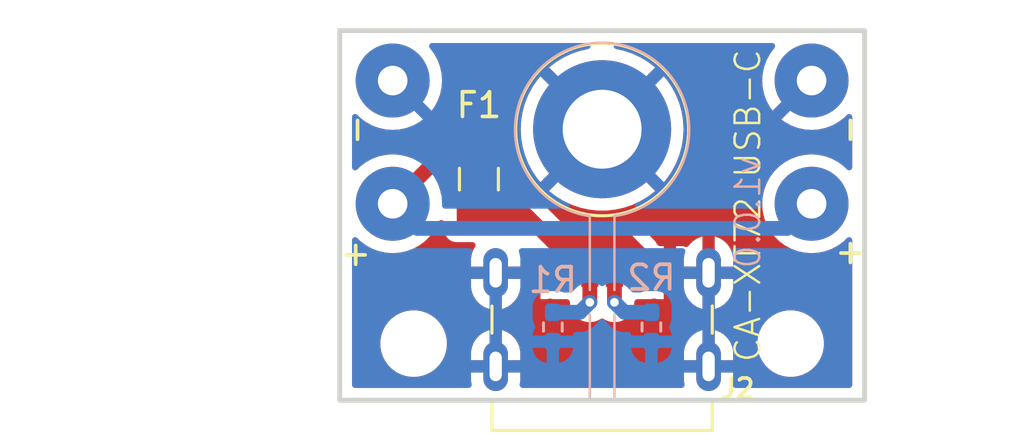
<source format=kicad_pcb>
(kicad_pcb (version 20240108) (generator "pcbnew") (generator_version "8.0")
  (layers (0 "F.Cu" signal) (31 "B.Cu" signal) (34 "B.Paste" user) (35 "F.Paste" user) (36 "B.SilkS" user "B.Silkscreen") (37 "F.SilkS" user "F.Silkscreen") (38 "B.Mask" user) (39 "F.Mask" user) (44 "Edge.Cuts" user))
  (net 0 "")
  (net 1 "VCC")
  (net 2 "GND")
  (net 3 "CC2")
  (net 4 "CC1")
  (net 5 "5V")
  (footprint "MountingHole:MountingHole_2.2mm_M2_DIN965_Pad" (layer "F.Cu") (at 60 36)
    (property "Reference" "-" (at -1.5 2 90) (layer "F.SilkS"))
    (property "Value" "MountingHole_Pad")
    (pad "1" thru_hole circle (at 0 0) (size 3 3.8) (drill 1.2) (layers "*.Cu" "*.Mask") (net 2 "GND"))
  )
  (footprint "UJC-HP-3-SMT-TR:CUI_UJC-HP-3-SMT-TR" (layer "F.Cu") (at 68.5 43.8)
    (property "Reference" "J2" (at 5.5 4.7 0) (layer "F.SilkS") (effects (font (size 0.787402 0.787402))))
    (property "Value" "UJC-HP-3-SMT-TR")
    (fp_line (start -4.47 2.45) (end -4.47 1.35) (stroke (width 0.127)) (layer "F.SilkS"))
    (fp_line (start -4.47 6.4) (end -4.47 5.15) (stroke (width 0.127)) (layer "F.SilkS"))
    (fp_line (start -4.47 6.4) (end 4.47 6.4) (stroke (width 0.127)) (layer "F.SilkS"))
    (fp_line (start 4.47 2.45) (end 4.47 1.35) (stroke (width 0.127)) (layer "F.SilkS"))
    (fp_line (start 4.47 6.4) (end 4.47 5.15) (stroke (width 0.127)) (layer "F.SilkS"))
    (pad "A5" smd rect (at -0.5 -0.005 90) (size 1.15 0.7) (layers "F.Cu" "F.Paste" "F.Mask") (net 4 "CC1"))
    (pad "A9" smd rect (at 1.52 -0.005 90) (size 1.15 0.8) (layers "F.Cu" "F.Paste" "F.Mask") (net 1 "VCC"))
    (pad "A12" smd rect (at 2.75 -0.005 90) (size 1.15 0.9) (layers "F.Cu" "F.Paste" "F.Mask") (net 2 "GND"))
    (pad "B5" smd rect (at 0.5 -0.005 90) (size 1.15 0.7) (layers "F.Cu" "F.Paste" "F.Mask") (net 3 "CC2"))
    (pad "B9" smd rect (at -1.52 -0.005 90) (size 1.15 0.8) (layers "F.Cu" "F.Paste" "F.Mask") (net 1 "VCC"))
    (pad "B12" smd rect (at -2.75 -0.005 90) (size 1.15 0.9) (layers "F.Cu" "F.Paste" "F.Mask") (net 2 "GND"))
    (pad "S1" thru_hole oval (at -4.32 0) (size 1 2) (drill oval 0.5 1.2) (layers "*.Cu" "*.Mask") (net 2 "GND"))
    (pad "S2" thru_hole oval (at 4.32 0) (size 1 2) (drill oval 0.5 1.2) (layers "*.Cu" "*.Mask") (net 2 "GND"))
    (pad "S3" thru_hole oval (at -4.32 3.8) (size 1 2) (drill oval 0.5 1.2) (layers "*.Cu" "*.Mask") (net 2 "GND"))
    (pad "S4" thru_hole oval (at 4.32 3.8) (size 1 2) (drill oval 0.5 1.2) (layers "*.Cu" "*.Mask") (net 2 "GND"))
  )
  (footprint "MountingHole:MountingHole_2.2mm_M2" (layer "F.Cu") (at 76.15 46.675)
    (property "Reference" "REF**" (hide yes))
    (property "Value" "MountingHole_2.2mm_M2")
    (pad "" np_thru_hole circle (at 0 0) (size 2.2 2.2) (drill 2.2) (layers "*.Cu" "*.Mask"))
  )
  (footprint "MountingHole:MountingHole_2.2mm_M2_DIN965_Pad" (layer "F.Cu") (at 77 36)
    (property "Reference" "-" (at 1.5 2 -90) (layer "F.SilkS"))
    (property "Value" "MountingHole_Pad")
    (pad "1" thru_hole circle (at 0 0) (size 3 3.8) (drill 1.2) (layers "*.Cu" "*.Mask") (net 2 "GND"))
  )
  (footprint "MountingHole:MountingHole_3.2mm_M3_DIN965_Pad" (layer "F.Cu") (at 68.5 37.975)
    (property "Reference" "REF**" (hide yes))
    (property "Value" "MountingHole_3.2mm_M3_DIN965_Pad")
    (pad "1" thru_hole circle (at 0 0) (size 5.6 5.6) (drill 3.2) (layers "*.Cu" "*.Mask") (net 2 "GND"))
  )
  (footprint "MountingHole:MountingHole_2.2mm_M2" (layer "F.Cu") (at 60.85 46.675)
    (property "Reference" "REF**" (hide yes))
    (property "Value" "MountingHole_2.2mm_M2")
    (pad "" np_thru_hole circle (at 0 0) (size 2.2 2.2) (drill 2.2) (layers "*.Cu" "*.Mask"))
  )
  (footprint "MountingHole:MountingHole_2.2mm_M2_DIN965_Pad" (layer "F.Cu") (at 60 41)
    (property "Reference" "+" (at -1.5 2 180) (layer "F.SilkS"))
    (property "Value" "MountingHole_Pad")
    (pad "1" thru_hole circle (at 0 0) (size 3 3.8) (drill 1.2) (layers "*.Cu" "*.Mask") (net 5 "5V"))
  )
  (footprint "MountingHole:MountingHole_2.2mm_M2_DIN965_Pad" (layer "F.Cu") (at 77 41)
    (property "Reference" "+" (at 1.5 2 90) (layer "F.SilkS"))
    (property "Value" "MountingHole_Pad")
    (pad "1" thru_hole circle (at 0 0) (size 3 3.8) (drill 1.2) (layers "*.Cu" "*.Mask") (net 5 "5V"))
  )
  (footprint "C1F 500:FUSC3215X83N" (layer "F.Cu") (at 63.5 40 90)
    (property "Reference" "F1" (at 3 0 180) (layer "F.SilkS"))
    (property "Value" "500mA")
    (fp_line (start -0.44 -0.79) (end 0.44 -0.79) (stroke (width 0.127)) (layer "F.SilkS"))
    (fp_line (start 0.44 0.79) (end -0.44 0.79) (stroke (width 0.127)) (layer "F.SilkS"))
    (pad "1" smd rect (at -1.47 0 90) (size 1.17 1.8) (layers "F.Cu" "F.Paste" "F.Mask") (net 1 "VCC"))
    (pad "2" smd rect (at 1.47 0 90) (size 1.17 1.8) (layers "F.Cu" "F.Paste" "F.Mask") (net 5 "5V"))
  )
  (footprint "Resistor_SMD:R_0402_1005Metric_Pad0.72x0.64mm_HandSolder" (layer "B.Cu") (at 66.5 46 -90)
    (property "Reference" "R1" (at -1.9025 0 180) (layer "B.SilkS") (effects (justify mirror)))
    (property "Value" "5.1k")
    (fp_line (start 0.167621 0.38) (end -0.167621 0.38) (stroke (width 0.12)) (layer "B.SilkS"))
    (fp_line (start 0.167621 -0.38) (end -0.167621 -0.38) (stroke (width 0.12)) (layer "B.SilkS"))
    (pad "1" smd roundrect (at -0.5975 0 270) (size 0.715 0.64) (layers "B.Cu" "B.Paste" "B.Mask") (net 4 "CC1"))
    (pad "2" smd roundrect (at 0.5975 0 270) (size 0.715 0.64) (layers "B.Cu" "B.Paste" "B.Mask") (net 2 "GND"))
  )
  (footprint "Resistor_SMD:R_0402_1005Metric_Pad0.72x0.64mm_HandSolder" (layer "B.Cu") (at 70.5 46 -90)
    (property "Reference" "R2" (at -2 0 180) (layer "B.SilkS") (effects (justify mirror)))
    (property "Value" "5.1k")
    (fp_line (start 0.167621 0.38) (end -0.167621 0.38) (stroke (width 0.12)) (layer "B.SilkS"))
    (fp_line (start 0.167621 -0.38) (end -0.167621 -0.38) (stroke (width 0.12)) (layer "B.SilkS"))
    (pad "1" smd roundrect (at -0.5975 0 270) (size 0.715 0.64) (layers "B.Cu" "B.Paste" "B.Mask") (net 3 "CC2"))
    (pad "2" smd roundrect (at 0.5975 0 270) (size 0.715 0.64) (layers "B.Cu" "B.Paste" "B.Mask") (net 2 "GND"))
  )
  (gr_circle (center 68.5 37.975) (end 70.5 38.5) (stroke (width 0.2)) (fill solid) (layer "B.Cu") (net 2))
  (gr_line (start 68 49) (end 69 49) (stroke (width 0.1)) (layer "B.SilkS"))
  (gr_line (start 69 45.5) (end 69 49) (stroke (width 0.1)) (layer "B.SilkS"))
  (gr_arc (start 68 41.499999) (mid 68.5 34.464467) (end 69 41.499999) (stroke (width 0.1)) (layer "B.SilkS"))
  (gr_line (start 69 41.499999) (end 69 44) (stroke (width 0.1)) (layer "B.SilkS"))
  (gr_line (start 68 44) (end 68 44.5) (stroke (width 0.1)) (layer "B.SilkS"))
  (gr_line (start 68 41.499999) (end 68 44) (stroke (width 0.1)) (layer "B.SilkS"))
  (gr_line (start 68 45.5) (end 68 49) (stroke (width 0.1)) (layer "B.SilkS"))
  (gr_line (start 69 44) (end 69 44.5) (stroke (width 0.1)) (layer "B.SilkS"))
  (gr_circle (center 68.5 38) (end 72 38) (stroke (width 0.1)) (fill none) (layer "F.SilkS"))
  (gr_circle (center 68.5 37.975) (end 72 37.975) (stroke (width 0.1)) (fill none) (layer "F.SilkS"))
  (gr_rect (start 57.85 33.975) (end 79.15 48.975) (stroke (width 0.2)) (fill none) (layer "Edge.Cuts"))
  (gr_text "v1.0.0" (at 75 39 90) (layer "B.SilkS") (effects (font (size 1 1) (thickness 0.1)) (justify left bottom mirror)))
  (gr_text "CA-XT72 USB-C" (at 75 47.5 90) (layer "F.SilkS") (effects (font (size 1 1) (thickness 0.1)) (justify left bottom)))
  (segment (start 70.02 43.795) (end 70.02 43.02) (width 0.6) (layer "F.Cu") (net 1))
  (segment (start 66.98 43.795) (end 66.98 43.02) (width 0.6) (layer "F.Cu") (net 1))
  (segment (start 66.48 42.52) (end 65.43 41.47) (width 0.6) (layer "F.Cu") (net 1))
  (segment (start 70.02 43.02) (end 69.52 42.52) (width 0.6) (layer "F.Cu") (net 1))
  (segment (start 66.98 43.02) (end 66.48 42.52) (width 0.6) (layer "F.Cu") (net 1))
  (segment (start 69.52 42.52) (end 66.48 42.52) (width 0.6) (layer "F.Cu") (net 1))
  (segment (start 65.43 41.47) (end 63.5 41.47) (width 0.6) (layer "F.Cu") (net 1))
  (segment (start 69 43.795) (end 69 45) (width 0.6) (layer "F.Cu") (net 3))
  (via (at 69 45) (size 0.6) (drill 0.35) (layers "F.Cu" "B.Cu") (net 3))
  (segment (start 69.4025 45.4025) (end 70.5 45.4025) (width 0.6) (layer "B.Cu") (net 3))
  (segment (start 69 45) (end 69.4025 45.4025) (width 0.6) (layer "B.Cu") (net 3))
  (segment (start 68 43.795) (end 68 45) (width 0.6) (layer "F.Cu") (net 4))
  (via (at 68 45) (size 0.6) (drill 0.35) (layers "F.Cu" "B.Cu") (net 4))
  (segment (start 68 45) (end 67.5975 45.4025) (width 0.6) (layer "B.Cu") (net 4))
  (segment (start 67.5975 45.4025) (end 66.5 45.4025) (width 0.6) (layer "B.Cu") (net 4))
  (segment (start 62.4 38.6) (end 60 41) (width 0.6) (layer "F.Cu") (net 5))
  (segment (start 63.5 38.6) (end 62.4 38.6) (width 0.6) (layer "F.Cu") (net 5))
  (segment (start 61 42) (end 76 42) (width 0.6) (layer "B.Cu") (net 5))
  (segment (start 60 41) (end 61 42) (width 0.6) (layer "B.Cu") (net 5))
  (segment (start 76 42) (end 77 41) (width 0.6) (layer "B.Cu") (net 5))
  (zone (net 2) (net_name "GND") (layer "F.Cu") (priority 1) (connect_pads (clearance 0.5)) (min_thickness 0.25) (fill yes (thermal_gap 0.5) (thermal_bridge_width 0.5))
    (polygon (pts (xy 58 34) (xy 58 49) (xy 79 49) (xy 79 34)))
  )
  (zone (net 2) (net_name "GND") (layer "B.Cu") (connect_pads (clearance 0.5)) (min_thickness 0.25) (fill yes (thermal_gap 0.5) (thermal_bridge_width 0.5))
    (polygon (pts (xy 58 34) (xy 79 34) (xy 79 49) (xy 58 49)))
  )
)
</source>
